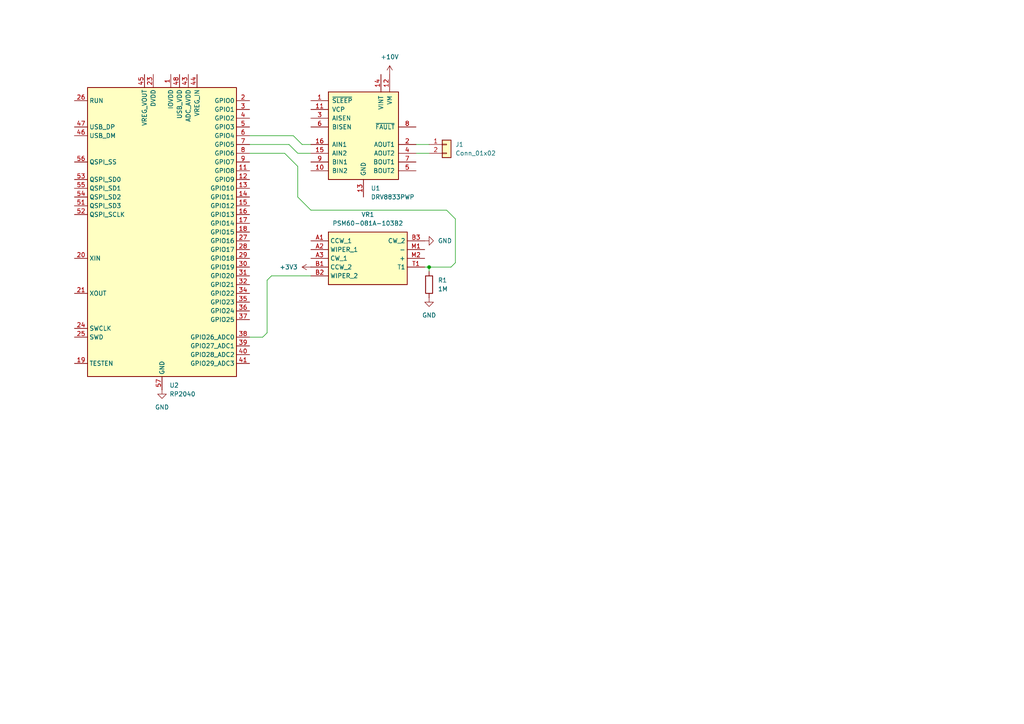
<source format=kicad_sch>
(kicad_sch (version 20241209) (generator "eeschema") (generator_version "8.99")
  (paper "A4")
  (lib_symbols
    (symbol "Connector_Generic:Conn_01x02" (pin_names (offset 1.016) (hide yes))
      (property "Reference" "J" (at 0 2.54 0))
      (property "Value" "Conn_01x02" (at 0 -5.08 0))
      (symbol "Conn_01x02_1_1"
        (rectangle (start -1.27 1.27) (end 1.27 -3.81) (stroke (width 0.254)) (fill (type background)))
        (rectangle (start -1.27 0.127) (end 0 -0.127) (stroke (width 0.1524)))
        (rectangle (start -1.27 -2.413) (end 0 -2.667) (stroke (width 0.1524)))
        (pin passive line (at -5.08 0 0) (length 3.81) (name "Pin_1") (number "1"))
        (pin passive line (at -5.08 -2.54 0) (length 3.81) (name "Pin_2") (number "2"))
      )
    )
    (symbol "Device:R" (pin_numbers (hide yes)) (pin_names (offset 0))
      (property "Reference" "R" (at 2.032 0 90))
      (property "Value" "R" (at 0 0 90))
      (symbol "R_0_1"
        (rectangle (start -1.016 -2.54) (end 1.016 2.54) (stroke (width 0.254)))
      )
      (symbol "R_1_1"
        (pin passive line (at 0 3.81 270) (length 1.27) (name "~") (number "1"))
        (pin passive line (at 0 -3.81 90) (length 1.27) (name "~") (number "2"))
      )
    )
    (symbol "Driver_Motor:DRV8833PWP" (pin_names (offset 1.016))
      (property "Reference" "U" (at -3.81 16.51 0))
      (property "Value" "DRV8833PWP" (at -3.81 13.97 0))
      (symbol "DRV8833PWP_0_1"
        (rectangle (start -10.16 12.7) (end 10.16 -12.7) (stroke (width 0.254)) (fill (type background)))
      )
      (symbol "DRV8833PWP_1_1"
        (pin input line (at -15.24 10.16 0) (length 5.08) (name "~{SLEEP}") (number "1"))
        (pin bidirectional line (at -15.24 7.62 0) (length 5.08) (name "VCP") (number "11"))
        (pin bidirectional line (at -15.24 5.08 0) (length 5.08) (name "AISEN") (number "3"))
        (pin bidirectional line (at -15.24 2.54 0) (length 5.08) (name "BISEN") (number "6"))
        (pin input line (at -15.24 -2.54 0) (length 5.08) (name "AIN1") (number "16"))
        (pin input line (at -15.24 -5.08 0) (length 5.08) (name "AIN2") (number "15"))
        (pin input line (at -15.24 -7.62 0) (length 5.08) (name "BIN1") (number "9"))
        (pin input line (at -15.24 -10.16 0) (length 5.08) (name "BIN2") (number "10"))
        (pin power_in line (at 0 -17.78 90) (length 5.08) (name "GND") (number "13"))
        (pin passive line (at 0 -17.78 90) (length 5.08) (hide yes) (name "GND") (number "17"))
        (pin power_in line (at 5.08 17.78 270) (length 5.08) (name "VINT") (number "14"))
        (pin power_in line (at 7.62 17.78 270) (length 5.08) (name "VM") (number "12"))
        (pin open_collector line (at 15.24 2.54 180) (length 5.08) (name "~{FAULT}") (number "8"))
        (pin power_out line (at 15.24 -2.54 180) (length 5.08) (name "AOUT1") (number "2"))
        (pin power_out line (at 15.24 -5.08 180) (length 5.08) (name "AOUT2") (number "4"))
        (pin power_out line (at 15.24 -7.62 180) (length 5.08) (name "BOUT1") (number "7"))
        (pin power_out line (at 15.24 -10.16 180) (length 5.08) (name "BOUT2") (number "5"))
      )
    )
    (symbol "MCU_RaspberryPi:RP2040"
      (property "Reference" "U" (at 17.78 45.72 0))
      (property "Value" "RP2040" (at 17.78 43.18 0))
      (symbol "RP2040_0_1"
        (rectangle (start -21.59 41.91) (end 21.59 -41.91) (stroke (width 0.254)) (fill (type background)))
      )
      (symbol "RP2040_1_1"
        (pin input line (at -25.4 38.1 0) (length 3.81) (name "RUN") (number "26"))
        (pin bidirectional line (at -25.4 30.48 0) (length 3.81) (name "USB_DP") (number "47"))
        (pin bidirectional line (at -25.4 27.94 0) (length 3.81) (name "USB_DM") (number "46"))
        (pin bidirectional line (at -25.4 20.32 0) (length 3.81) (name "QSPI_SS") (number "56"))
        (pin bidirectional line (at -25.4 15.24 0) (length 3.81) (name "QSPI_SD0") (number "53"))
        (pin bidirectional line (at -25.4 12.7 0) (length 3.81) (name "QSPI_SD1") (number "55"))
        (pin bidirectional line (at -25.4 10.16 0) (length 3.81) (name "QSPI_SD2") (number "54"))
        (pin bidirectional line (at -25.4 7.62 0) (length 3.81) (name "QSPI_SD3") (number "51"))
        (pin output line (at -25.4 5.08 0) (length 3.81) (name "QSPI_SCLK") (number "52"))
        (pin input line (at -25.4 -7.62 0) (length 3.81) (name "XIN") (number "20"))
        (pin passive line (at -25.4 -17.78 0) (length 3.81) (name "XOUT") (number "21"))
        (pin input line (at -25.4 -27.94 0) (length 3.81) (name "SWCLK") (number "24"))
        (pin bidirectional line (at -25.4 -30.48 0) (length 3.81) (name "SWD") (number "25"))
        (pin input line (at -25.4 -38.1 0) (length 3.81) (name "TESTEN") (number "19"))
        (pin power_out line (at -5.08 45.72 270) (length 3.81) (name "VREG_VOUT") (number "45"))
        (pin power_in line (at -2.54 45.72 270) (length 3.81) (name "DVDD") (number "23"))
        (pin passive line (at -2.54 45.72 270) (length 3.81) (hide yes) (name "DVDD") (number "50"))
        (pin power_in line (at 0 -45.72 90) (length 3.81) (name "GND") (number "57"))
        (pin power_in line (at 2.54 45.72 270) (length 3.81) (name "IOVDD") (number "1"))
        (pin passive line (at 2.54 45.72 270) (length 3.81) (hide yes) (name "IOVDD") (number "10"))
        (pin passive line (at 2.54 45.72 270) (length 3.81) (hide yes) (name "IOVDD") (number "22"))
        (pin passive line (at 2.54 45.72 270) (length 3.81) (hide yes) (name "IOVDD") (number "33"))
        (pin passive line (at 2.54 45.72 270) (length 3.81) (hide yes) (name "IOVDD") (number "42"))
        (pin passive line (at 2.54 45.72 270) (length 3.81) (hide yes) (name "IOVDD") (number "49"))
        (pin power_in line (at 5.08 45.72 270) (length 3.81) (name "USB_VDD") (number "48"))
        (pin power_in line (at 7.62 45.72 270) (length 3.81) (name "ADC_AVDD") (number "43"))
        (pin power_in line (at 10.16 45.72 270) (length 3.81) (name "VREG_IN") (number "44"))
        (pin bidirectional line (at 25.4 38.1 180) (length 3.81) (name "GPIO0") (number "2"))
        (pin bidirectional line (at 25.4 35.56 180) (length 3.81) (name "GPIO1") (number "3"))
        (pin bidirectional line (at 25.4 33.02 180) (length 3.81) (name "GPIO2") (number "4"))
        (pin bidirectional line (at 25.4 30.48 180) (length 3.81) (name "GPIO3") (number "5"))
        (pin bidirectional line (at 25.4 27.94 180) (length 3.81) (name "GPIO4") (number "6"))
        (pin bidirectional line (at 25.4 25.4 180) (length 3.81) (name "GPIO5") (number "7"))
        (pin bidirectional line (at 25.4 22.86 180) (length 3.81) (name "GPIO6") (number "8"))
        (pin bidirectional line (at 25.4 20.32 180) (length 3.81) (name "GPIO7") (number "9"))
        (pin bidirectional line (at 25.4 17.78 180) (length 3.81) (name "GPIO8") (number "11"))
        (pin bidirectional line (at 25.4 15.24 180) (length 3.81) (name "GPIO9") (number "12"))
        (pin bidirectional line (at 25.4 12.7 180) (length 3.81) (name "GPIO10") (number "13"))
        (pin bidirectional line (at 25.4 10.16 180) (length 3.81) (name "GPIO11") (number "14"))
        (pin bidirectional line (at 25.4 7.62 180) (length 3.81) (name "GPIO12") (number "15"))
        (pin bidirectional line (at 25.4 5.08 180) (length 3.81) (name "GPIO13") (number "16"))
        (pin bidirectional line (at 25.4 2.54 180) (length 3.81) (name "GPIO14") (number "17"))
        (pin bidirectional line (at 25.4 0 180) (length 3.81) (name "GPIO15") (number "18"))
        (pin bidirectional line (at 25.4 -2.54 180) (length 3.81) (name "GPIO16") (number "27"))
        (pin bidirectional line (at 25.4 -5.08 180) (length 3.81) (name "GPIO17") (number "28"))
        (pin bidirectional line (at 25.4 -7.62 180) (length 3.81) (name "GPIO18") (number "29"))
        (pin bidirectional line (at 25.4 -10.16 180) (length 3.81) (name "GPIO19") (number "30"))
        (pin bidirectional line (at 25.4 -12.7 180) (length 3.81) (name "GPIO20") (number "31"))
        (pin bidirectional line (at 25.4 -15.24 180) (length 3.81) (name "GPIO21") (number "32"))
        (pin bidirectional line (at 25.4 -17.78 180) (length 3.81) (name "GPIO22") (number "34"))
        (pin bidirectional line (at 25.4 -20.32 180) (length 3.81) (name "GPIO23") (number "35"))
        (pin bidirectional line (at 25.4 -22.86 180) (length 3.81) (name "GPIO24") (number "36"))
        (pin bidirectional line (at 25.4 -25.4 180) (length 3.81) (name "GPIO25") (number "37"))
        (pin bidirectional line (at 25.4 -30.48 180) (length 3.81) (name "GPIO26_ADC0") (number "38"))
        (pin bidirectional line (at 25.4 -33.02 180) (length 3.81) (name "GPIO27_ADC1") (number "39"))
        (pin bidirectional line (at 25.4 -35.56 180) (length 3.81) (name "GPIO28_ADC2") (number "40"))
        (pin bidirectional line (at 25.4 -38.1 180) (length 3.81) (name "GPIO29_ADC3") (number "41"))
      )
    )
    (symbol "PSM60-081A-103B2:PSM60-081A-103B2"
      (property "Reference" "VR" (at 29.21 7.62 0))
      (property "Value" "PSM60-081A-103B2" (at 29.21 5.08 0))
      (symbol "PSM60-081A-103B2_1_1"
        (rectangle (start 5.08 2.54) (end 27.94 -12.7) (stroke (width 0.254)) (fill (type background)))
        (pin passive line (at 0 0 0) (length 5.08) (name "CCW_1") (number "A1"))
        (pin passive line (at 0 -2.54 0) (length 5.08) (name "WIPER_1") (number "A2"))
        (pin passive line (at 0 -5.08 0) (length 5.08) (name "CW_1") (number "A3"))
        (pin passive line (at 0 -7.62 0) (length 5.08) (name "CCW_2") (number "B1"))
        (pin passive line (at 0 -10.16 0) (length 5.08) (name "WIPER_2") (number "B2"))
        (pin passive line (at 33.02 0 180) (length 5.08) (name "CW_2") (number "B3"))
        (pin passive line (at 33.02 -2.54 180) (length 5.08) (name "-") (number "M1"))
        (pin passive line (at 33.02 -5.08 180) (length 5.08) (name "+") (number "M2"))
        (pin passive line (at 33.02 -7.62 180) (length 5.08) (name "T1") (number "T1"))
      )
    )
    (symbol "power:+10V" (power) (pin_numbers (hide yes)) (pin_names (offset 0) (hide yes))
      (property "Value" "+10V" (at 0 3.556 0))
      (symbol "+10V_0_1"
        (polyline (pts (xy -0.762 1.27) (xy 0 2.54)))
        (polyline (pts (xy 0 2.54) (xy 0.762 1.27)))
        (polyline (pts (xy 0 0) (xy 0 2.54)))
      )
      (symbol "+10V_1_1"
        (pin power_in line (at 0 0 90) (length 0) (name "~") (number "1"))
      )
    )
    (symbol "power:+3V3" (power) (pin_numbers (hide yes)) (pin_names (offset 0) (hide yes))
      (property "Value" "+3V3" (at 0 3.556 0))
      (symbol "+3V3_0_1"
        (polyline (pts (xy -0.762 1.27) (xy 0 2.54)))
        (polyline (pts (xy 0 2.54) (xy 0.762 1.27)))
        (polyline (pts (xy 0 0) (xy 0 2.54)))
      )
      (symbol "+3V3_1_1"
        (pin power_in line (at 0 0 90) (length 0) (name "~") (number "1"))
      )
    )
    (symbol "power:GND" (power) (pin_numbers (hide yes)) (pin_names (offset 0) (hide yes))
      (property "Value" "GND" (at 0 -3.81 0))
      (symbol "GND_0_1"
        (polyline (pts (xy 0 0) (xy 0 -1.27) (xy 1.27 -1.27) (xy 0 -2.54) (xy -1.27 -1.27) (xy 0 -1.27)))
      )
      (symbol "GND_1_1"
        (pin power_in line (at 0 0 270) (length 0) (name "~") (number "1"))
      )
    )
  )
  (junction (at 124.46 77.47))
  (wire (pts (xy 132.08 63.5) (xy 132.08 76.2)))
  (wire (pts (xy 120.65 44.45) (xy 124.46 44.45)))
  (wire (pts (xy 86.36 48.26) (xy 86.36 57.15)))
  (wire (pts (xy 82.55 44.45) (xy 86.36 48.26)))
  (wire (pts (xy 90.17 60.96) (xy 129.54 60.96)))
  (wire (pts (xy 76.2 97.79) (xy 77.47 96.52)))
  (wire (pts (xy 85.09 39.37) (xy 87.63 41.91)))
  (wire (pts (xy 132.08 76.2) (xy 130.81 77.47)))
  (wire (pts (xy 83.82 41.91) (xy 86.36 44.45)))
  (wire (pts (xy 77.47 81.28) (xy 78.74 80.01)))
  (wire (pts (xy 77.47 96.52) (xy 77.47 81.28)))
  (wire (pts (xy 72.39 97.79) (xy 76.2 97.79)))
  (wire (pts (xy 72.39 39.37) (xy 85.09 39.37)))
  (wire (pts (xy 120.65 41.91) (xy 124.46 41.91)))
  (wire (pts (xy 78.74 80.01) (xy 90.17 80.01)))
  (wire (pts (xy 72.39 44.45) (xy 82.55 44.45)))
  (wire (pts (xy 124.46 78.74) (xy 124.46 77.47)))
  (wire (pts (xy 87.63 41.91) (xy 90.17 41.91)))
  (wire (pts (xy 86.36 44.45) (xy 90.17 44.45)))
  (wire (pts (xy 124.46 77.47) (xy 130.81 77.47)))
  (wire (pts (xy 72.39 41.91) (xy 83.82 41.91)))
  (wire (pts (xy 86.36 57.15) (xy 90.17 60.96)))
  (wire (pts (xy 129.54 60.96) (xy 132.08 63.5)))
  (wire (pts (xy 123.19 77.47) (xy 124.46 77.47)))
  (symbol (lib_id "Driver_Motor:DRV8833PWP") (at 105.41 39.37 0) (unit 1)
    (property "Reference" "U1" (at 107.5533 54.61 0) (effects (justify left)))
    (property "Value" "DRV8833PWP" (at 107.5533 57.15 0) (effects (justify left)))
    (property "Footprint" "Package_SO:HTSSOP-16-1EP_4.4x5mm_P0.65mm_EP3.4x5mm_Mask2.46x2.31mm_ThermalVias" (effects (hide yes)))
    (property "Datasheet" "http://www.ti.com/lit/ds/symlink/drv8833.pdf" (effects (hide yes)))
    (property "Description" "Dual H-Bridge Motor Driver, HTSSOP-16" (effects (hide yes)))
  )
  (symbol (lib_id "power:GND") (at 124.46 86.36 0) (unit 1)
    (property "Reference" "#PWR05" (effects (hide yes)))
    (property "Value" "GND" (at 124.46 91.44 0))
    (property "Description" "Power symbol creates a global label with name \"GND\" , ground" (effects (hide yes)))
  )
  (symbol (lib_id "Device:R") (at 124.46 82.55 0) (unit 1)
    (property "Reference" "R1" (at 127 81.2799 0) (effects (justify left)))
    (property "Value" "1M" (at 127 83.8199 0) (effects (justify left)))
    (property "Description" "Resistor" (effects (hide yes)))
  )
  (symbol (lib_id "MCU_RaspberryPi:RP2040") (at 46.99 67.31 0) (unit 1)
    (property "Reference" "U2" (at 49.1333 111.76 0) (effects (justify left)))
    (property "Value" "RP2040" (at 49.1333 114.3 0) (effects (justify left)))
    (property "Footprint" "Package_DFN_QFN:QFN-56-1EP_7x7mm_P0.4mm_EP3.2x3.2mm" (effects (hide yes)))
    (property "Datasheet" "https://datasheets.raspberrypi.com/rp2040/rp2040-datasheet.pdf" (effects (hide yes)))
    (property "Description" "A microcontroller by Raspberry Pi" (effects (hide yes)))
  )
  (symbol (lib_id "Connector_Generic:Conn_01x02") (at 129.54 41.91 0) (unit 1)
    (property "Reference" "J1" (at 132.08 41.9099 0) (effects (justify left)))
    (property "Value" "Conn_01x02" (at 132.08 44.4499 0) (effects (justify left)))
    (property "Description" "Generic connector, single row, 01x02, script generated (kicad-library-utils/schlib/autogen/connector/)" (effects (hide yes)))
  )
  (symbol (lib_id "power:GND") (at 123.19 69.85 90) (unit 1)
    (property "Reference" "#PWR02" (effects (hide yes)))
    (property "Value" "GND" (at 127 69.8499 90) (effects (justify right)))
    (property "Description" "Power symbol creates a global label with name \"GND\" , ground" (effects (hide yes)))
  )
  (symbol (lib_id "PSM60-081A-103B2:PSM60-081A-103B2") (at 90.17 69.85 0) (unit 1)
    (property "Reference" "VR1" (at 106.68 62.23 0))
    (property "Value" "PSM60-081A-103B2" (at 106.68 64.77 0))
    (property "Footprint" "PSM60-081A-103B2:PSM60081A103B2" (effects (hide yes)))
    (property "Datasheet" "https://www.bourns.com/docs/Product-Datasheets/psm.pdf" (effects (hide yes)))
    (property "Description" "Slide Potentiometers 10Kohm 20% 60mm PC Terminal" (effects (hide yes)))
    (property "Mouser Part Number" "652-PSM60-081A-103B2" (effects (hide yes)))
    (property "Mouser Price/Stock" "https://www.mouser.co.uk/ProductDetail/Bourns/PSM60-081A-103B2?qs=sErY3DeL0TjY3%252B3c4WNBmQ%3D%3D" (effects (hide yes)))
    (property "Manufacturer_Name" "Bourns" (effects (hide yes)))
    (property "Manufacturer_Part_Number" "PSM60-081A-103B2" (effects (hide yes)))
  )
  (symbol (lib_id "power:+10V") (at 113.03 21.59 0) (unit 1)
    (property "Reference" "#PWR04" (effects (hide yes)))
    (property "Value" "+10V" (at 113.03 16.51 0))
    (property "Description" "Power symbol creates a global label with name \"+10V\"" (effects (hide yes)))
  )
  (symbol (lib_id "power:GND") (at 46.99 113.03 0) (unit 1)
    (property "Reference" "#PWR01" (effects (hide yes)))
    (property "Value" "GND" (at 46.99 118.11 0))
    (property "Description" "Power symbol creates a global label with name \"GND\" , ground" (effects (hide yes)))
  )
  (symbol (lib_id "power:+3V3") (at 90.17 77.47 90) (unit 1)
    (property "Reference" "#PWR03" (effects (hide yes)))
    (property "Value" "+3V3" (at 86.36 77.4699 90) (effects (justify left)))
    (property "Description" "Power symbol creates a global label with name \"+3V3\"" (effects (hide yes)))
  )
)
</source>
